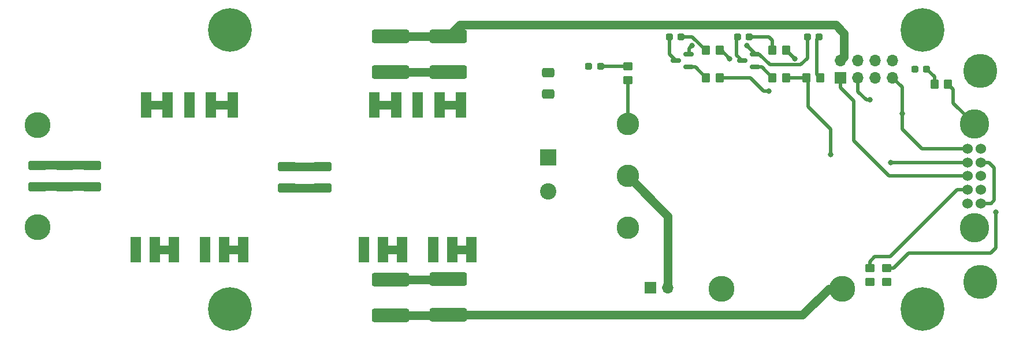
<source format=gbr>
%TF.GenerationSoftware,KiCad,Pcbnew,(6.0.10-0)*%
%TF.CreationDate,2023-02-08T11:04:04+05:30*%
%TF.ProjectId,dbe_dcdc,6462655f-6463-4646-932e-6b696361645f,rev?*%
%TF.SameCoordinates,Original*%
%TF.FileFunction,Copper,L1,Top*%
%TF.FilePolarity,Positive*%
%FSLAX46Y46*%
G04 Gerber Fmt 4.6, Leading zero omitted, Abs format (unit mm)*
G04 Created by KiCad (PCBNEW (6.0.10-0)) date 2023-02-08 11:04:04*
%MOMM*%
%LPD*%
G01*
G04 APERTURE LIST*
G04 Aperture macros list*
%AMRoundRect*
0 Rectangle with rounded corners*
0 $1 Rounding radius*
0 $2 $3 $4 $5 $6 $7 $8 $9 X,Y pos of 4 corners*
0 Add a 4 corners polygon primitive as box body*
4,1,4,$2,$3,$4,$5,$6,$7,$8,$9,$2,$3,0*
0 Add four circle primitives for the rounded corners*
1,1,$1+$1,$2,$3*
1,1,$1+$1,$4,$5*
1,1,$1+$1,$6,$7*
1,1,$1+$1,$8,$9*
0 Add four rect primitives between the rounded corners*
20,1,$1+$1,$2,$3,$4,$5,0*
20,1,$1+$1,$4,$5,$6,$7,0*
20,1,$1+$1,$6,$7,$8,$9,0*
20,1,$1+$1,$8,$9,$2,$3,0*%
G04 Aperture macros list end*
%TA.AperFunction,SMDPad,CuDef*%
%ADD10RoundRect,0.249999X-2.450001X0.737501X-2.450001X-0.737501X2.450001X-0.737501X2.450001X0.737501X0*%
%TD*%
%TA.AperFunction,ConnectorPad*%
%ADD11C,3.800000*%
%TD*%
%TA.AperFunction,ComponentPad*%
%ADD12C,2.600000*%
%TD*%
%TA.AperFunction,ConnectorPad*%
%ADD13C,5.000000*%
%TD*%
%TA.AperFunction,ComponentPad*%
%ADD14C,2.900000*%
%TD*%
%TA.AperFunction,SMDPad,CuDef*%
%ADD15RoundRect,0.250000X-1.100000X0.412500X-1.100000X-0.412500X1.100000X-0.412500X1.100000X0.412500X0*%
%TD*%
%TA.AperFunction,SMDPad,CuDef*%
%ADD16R,1.600000X3.750000*%
%TD*%
%TA.AperFunction,SMDPad,CuDef*%
%ADD17RoundRect,0.249999X2.450001X-0.737501X2.450001X0.737501X-2.450001X0.737501X-2.450001X-0.737501X0*%
%TD*%
%TA.AperFunction,ComponentPad*%
%ADD18R,1.700000X1.700000*%
%TD*%
%TA.AperFunction,ComponentPad*%
%ADD19O,1.700000X1.700000*%
%TD*%
%TA.AperFunction,SMDPad,CuDef*%
%ADD20RoundRect,0.250000X-0.450000X0.350000X-0.450000X-0.350000X0.450000X-0.350000X0.450000X0.350000X0*%
%TD*%
%TA.AperFunction,SMDPad,CuDef*%
%ADD21RoundRect,0.250000X0.450000X-0.350000X0.450000X0.350000X-0.450000X0.350000X-0.450000X-0.350000X0*%
%TD*%
%TA.AperFunction,SMDPad,CuDef*%
%ADD22RoundRect,0.250000X-0.350000X-0.450000X0.350000X-0.450000X0.350000X0.450000X-0.350000X0.450000X0*%
%TD*%
%TA.AperFunction,ComponentPad*%
%ADD23C,3.302000*%
%TD*%
%TA.AperFunction,ComponentPad*%
%ADD24C,4.318000*%
%TD*%
%TA.AperFunction,ComponentPad*%
%ADD25C,1.524000*%
%TD*%
%TA.AperFunction,ConnectorPad*%
%ADD26C,6.400000*%
%TD*%
%TA.AperFunction,ComponentPad*%
%ADD27C,3.600000*%
%TD*%
%TA.AperFunction,SMDPad,CuDef*%
%ADD28RoundRect,0.237500X-0.287500X-0.237500X0.287500X-0.237500X0.287500X0.237500X-0.287500X0.237500X0*%
%TD*%
%TA.AperFunction,SMDPad,CuDef*%
%ADD29RoundRect,0.250000X0.650000X-0.412500X0.650000X0.412500X-0.650000X0.412500X-0.650000X-0.412500X0*%
%TD*%
%TA.AperFunction,ComponentPad*%
%ADD30R,2.400000X2.400000*%
%TD*%
%TA.AperFunction,ComponentPad*%
%ADD31C,2.400000*%
%TD*%
%TA.AperFunction,SMDPad,CuDef*%
%ADD32RoundRect,0.150000X0.587500X0.150000X-0.587500X0.150000X-0.587500X-0.150000X0.587500X-0.150000X0*%
%TD*%
%TA.AperFunction,ViaPad*%
%ADD33C,0.800000*%
%TD*%
%TA.AperFunction,Conductor*%
%ADD34C,1.270000*%
%TD*%
%TA.AperFunction,Conductor*%
%ADD35C,0.508000*%
%TD*%
G04 APERTURE END LIST*
D10*
%TO.P,C8,1*%
%TO.N,Net-(C5-Pad2)*%
X78550000Y-101662500D03*
%TO.P,C8,2*%
%TO.N,GNDREF*%
X78550000Y-106937500D03*
%TD*%
D11*
%TO.P,+VDC,1*%
%TO.N,+VDC*%
X26750000Y-79000000D03*
D12*
X26750000Y-79000000D03*
%TD*%
D13*
%TO.P,GND,1*%
%TO.N,GNDREF*%
X165000000Y-102000000D03*
D14*
X165000000Y-102000000D03*
%TD*%
D15*
%TO.P,C5,1*%
%TO.N,Net-(C4-Pad1)*%
X63400000Y-85072500D03*
%TO.P,C5,2*%
%TO.N,Net-(C5-Pad2)*%
X63400000Y-88197500D03*
%TD*%
D16*
%TO.P,FL1,1,NC_1*%
%TO.N,unconnected-(FL1-Pad1)*%
X41175000Y-97235000D03*
%TO.P,FL1,2,N1_1*%
%TO.N,-VDC*%
X43970000Y-97235000D03*
%TO.P,FL1,3,N1_2*%
X46765000Y-97235000D03*
%TO.P,FL1,4,NC_2*%
%TO.N,unconnected-(FL1-Pad4)*%
X51335000Y-97235000D03*
%TO.P,FL1,5,N1_3*%
%TO.N,Net-(C5-Pad2)*%
X54130000Y-97235000D03*
%TO.P,FL1,6,N1_4*%
X56925000Y-97235000D03*
%TO.P,FL1,7,N2_1*%
%TO.N,Net-(C4-Pad1)*%
X55400000Y-75985000D03*
%TO.P,FL1,8,N2_2*%
X52225000Y-75985000D03*
%TO.P,FL1,9,NC_3*%
%TO.N,unconnected-(FL1-Pad9)*%
X49050000Y-75985000D03*
%TO.P,FL1,10,N2_3*%
%TO.N,+VDC*%
X45875000Y-75985000D03*
%TO.P,FL1,11,N2_4*%
X42700000Y-75985000D03*
%TD*%
D17*
%TO.P,C4,1*%
%TO.N,Net-(C4-Pad1)*%
X78500000Y-71217500D03*
%TO.P,C4,2*%
%TO.N,GNDREF*%
X78500000Y-65942500D03*
%TD*%
D11*
%TO.P,OUT_GND,1*%
%TO.N,GNDREF*%
X144750000Y-103000000D03*
D12*
X144750000Y-103000000D03*
%TD*%
D18*
%TO.P,PMBUS,1,Pin_1*%
%TO.N,Net-(U1-Pad10)*%
X144500000Y-72000000D03*
D19*
%TO.P,PMBUS,2,Pin_2*%
%TO.N,GNDREF*%
X144500000Y-69460000D03*
%TO.P,PMBUS,3,Pin_3*%
%TO.N,Net-(U1-Pad11)*%
X147040000Y-72000000D03*
%TO.P,PMBUS,4,Pin_4*%
%TO.N,GNDREF*%
X147040000Y-69460000D03*
%TO.P,PMBUS,5,Pin_5*%
%TO.N,+3V3*%
X149580000Y-72000000D03*
%TO.P,PMBUS,6,Pin_6*%
%TO.N,GNDREF*%
X149580000Y-69460000D03*
%TO.P,PMBUS,7,Pin_7*%
%TO.N,SMB_ALERT*%
X152120000Y-72000000D03*
%TO.P,PMBUS,8,Pin_8*%
%TO.N,GNDREF*%
X152120000Y-69460000D03*
%TD*%
D20*
%TO.P,R6,1*%
%TO.N,Net-(R6-Pad1)*%
X148750000Y-100000000D03*
%TO.P,R6,2*%
%TO.N,GNDREF*%
X148750000Y-102000000D03*
%TD*%
D10*
%TO.P,C9,1*%
%TO.N,Net-(C5-Pad2)*%
X87000000Y-101562500D03*
%TO.P,C9,2*%
%TO.N,GNDREF*%
X87000000Y-106837500D03*
%TD*%
D16*
%TO.P,FL2,1,NC_1*%
%TO.N,unconnected-(FL2-Pad1)*%
X74625000Y-97235000D03*
%TO.P,FL2,2,N1_1*%
%TO.N,Net-(C5-Pad2)*%
X77420000Y-97235000D03*
%TO.P,FL2,3,N1_2*%
X80215000Y-97235000D03*
%TO.P,FL2,4,NC_2*%
%TO.N,unconnected-(FL2-Pad4)*%
X84785000Y-97235000D03*
%TO.P,FL2,5,N1_3*%
%TO.N,GND*%
X87580000Y-97235000D03*
%TO.P,FL2,6,N1_4*%
X90375000Y-97235000D03*
%TO.P,FL2,7,N2_1*%
%TO.N,VIN*%
X88850000Y-75985000D03*
%TO.P,FL2,8,N2_2*%
X85675000Y-75985000D03*
%TO.P,FL2,9,NC_3*%
%TO.N,unconnected-(FL2-Pad9)*%
X82500000Y-75985000D03*
%TO.P,FL2,10,N2_3*%
%TO.N,Net-(C4-Pad1)*%
X79325000Y-75985000D03*
%TO.P,FL2,11,N2_4*%
X76150000Y-75985000D03*
%TD*%
D21*
%TO.P,R8,1*%
%TO.N,VIN*%
X113284000Y-72374000D03*
%TO.P,R8,2*%
%TO.N,Net-(D4-Pad2)*%
X113284000Y-70374000D03*
%TD*%
D15*
%TO.P,C7,1*%
%TO.N,Net-(C4-Pad1)*%
X68530000Y-85070000D03*
%TO.P,C7,2*%
%TO.N,Net-(C5-Pad2)*%
X68530000Y-88195000D03*
%TD*%
D22*
%TO.P,R5,1*%
%TO.N,P_GOOD*%
X139500000Y-72000000D03*
%TO.P,R5,2*%
%TO.N,Net-(D3-Pad2)*%
X141500000Y-72000000D03*
%TD*%
%TO.P,R1,1*%
%TO.N,Net-(Q1-Pad1)*%
X124750000Y-72000000D03*
%TO.P,R1,2*%
%TO.N,SMB_ALERT*%
X126750000Y-72000000D03*
%TD*%
%TO.P,R9,1*%
%TO.N,Net-(D5-Pad2)*%
X158250000Y-73000000D03*
%TO.P,R9,2*%
%TO.N,+12V*%
X160250000Y-73000000D03*
%TD*%
D23*
%TO.P,U1,1,+VIN*%
%TO.N,VIN*%
X113293250Y-78833250D03*
%TO.P,U1,2,RC*%
%TO.N,~{EN}*%
X113293250Y-86453250D03*
%TO.P,U1,4,-VIN*%
%TO.N,GND*%
X113293250Y-94073250D03*
D24*
%TO.P,U1,5,-VOUT*%
%TO.N,GNDREF*%
X164093250Y-94073250D03*
D25*
%TO.P,U1,6,+S*%
%TO.N,+12V*%
X163102650Y-90466450D03*
%TO.P,U1,7,-S*%
%TO.N,GNDREF*%
X165083850Y-90466450D03*
%TO.P,U1,8,SA0*%
%TO.N,Net-(R6-Pad1)*%
X163102650Y-88459850D03*
%TO.P,U1,9,SA1*%
%TO.N,Net-(R7-Pad1)*%
X165083850Y-88459850D03*
%TO.P,U1,10,SCL*%
%TO.N,Net-(U1-Pad10)*%
X163102650Y-86453250D03*
%TO.P,U1,11,SDA*%
%TO.N,Net-(U1-Pad11)*%
X165083850Y-86453250D03*
%TO.P,U1,12,PG*%
%TO.N,P_GOOD*%
X163102650Y-84446650D03*
%TO.P,U1,13,DGND*%
%TO.N,GNDREF*%
X165083850Y-84446650D03*
%TO.P,U1,14,SMBALERT*%
%TO.N,SMB_ALERT*%
X163102650Y-82440050D03*
%TO.P,U1,15,CTRL*%
%TO.N,unconnected-(U1-Pad15)*%
X165083850Y-82440050D03*
D24*
%TO.P,U1,16,+VOUT*%
%TO.N,+12V*%
X164093250Y-78833250D03*
%TD*%
D26*
%TO.P,M1,1*%
%TO.N,N/C*%
X55000000Y-65000000D03*
D27*
X55000000Y-65000000D03*
%TD*%
D22*
%TO.P,R4,1*%
%TO.N,Net-(D2-Pad2)*%
X134500000Y-68000000D03*
%TO.P,R4,2*%
%TO.N,+3V3*%
X136500000Y-68000000D03*
%TD*%
D15*
%TO.P,C1,1*%
%TO.N,+VDC*%
X26750000Y-84937500D03*
%TO.P,C1,2*%
%TO.N,-VDC*%
X26750000Y-88062500D03*
%TD*%
%TO.P,C3,1*%
%TO.N,+VDC*%
X34750000Y-84937500D03*
%TO.P,C3,2*%
%TO.N,-VDC*%
X34750000Y-88062500D03*
%TD*%
D18*
%TO.P,JP1,1,A*%
%TO.N,GND*%
X116610000Y-102870000D03*
D19*
%TO.P,JP1,2,B*%
%TO.N,~{EN}*%
X119150000Y-102870000D03*
%TD*%
D22*
%TO.P,R3,1*%
%TO.N,Net-(Q2-Pad1)*%
X134500000Y-72000000D03*
%TO.P,R3,2*%
%TO.N,P_GOOD*%
X136500000Y-72000000D03*
%TD*%
D13*
%TO.P,+12V,1*%
%TO.N,+12V*%
X165000000Y-71000000D03*
D14*
X165000000Y-71000000D03*
%TD*%
D28*
%TO.P,D5,1,K*%
%TO.N,GNDREF*%
X155375000Y-70750000D03*
%TO.P,D5,2,A*%
%TO.N,Net-(D5-Pad2)*%
X157125000Y-70750000D03*
%TD*%
D12*
%TO.P,-VDC,1*%
%TO.N,-VDC*%
X26750000Y-94000000D03*
D11*
X26750000Y-94000000D03*
%TD*%
D26*
%TO.P,CHASSIS,1*%
%TO.N,GNDREF*%
X156500000Y-65000000D03*
D27*
X156500000Y-65000000D03*
%TD*%
D26*
%TO.P,M2,1*%
%TO.N,N/C*%
X55000000Y-106000000D03*
D27*
X55000000Y-106000000D03*
%TD*%
D28*
%TO.P,D2,1,K*%
%TO.N,Net-(D2-Pad1)*%
X129375000Y-66000000D03*
%TO.P,D2,2,A*%
%TO.N,Net-(D2-Pad2)*%
X131125000Y-66000000D03*
%TD*%
D29*
%TO.P,C10,1*%
%TO.N,VIN*%
X101600000Y-74375000D03*
%TO.P,C10,2*%
%TO.N,GND*%
X101600000Y-71250000D03*
%TD*%
D28*
%TO.P,D4,1,K*%
%TO.N,GND*%
X107583000Y-70358000D03*
%TO.P,D4,2,A*%
%TO.N,Net-(D4-Pad2)*%
X109333000Y-70358000D03*
%TD*%
%TO.P,D1,1,K*%
%TO.N,Net-(D1-Pad1)*%
X119375000Y-66000000D03*
%TO.P,D1,2,A*%
%TO.N,Net-(D1-Pad2)*%
X121125000Y-66000000D03*
%TD*%
D15*
%TO.P,C2,1*%
%TO.N,+VDC*%
X30750000Y-84937500D03*
%TO.P,C2,2*%
%TO.N,-VDC*%
X30750000Y-88062500D03*
%TD*%
D12*
%TO.P,IN_GND,1*%
%TO.N,GND*%
X127000000Y-103000000D03*
D11*
X127000000Y-103000000D03*
%TD*%
D30*
%TO.P,C11,1*%
%TO.N,VIN*%
X101600000Y-83740000D03*
D31*
%TO.P,C11,2*%
%TO.N,GND*%
X101600000Y-88740000D03*
%TD*%
D20*
%TO.P,R7,1*%
%TO.N,Net-(R7-Pad1)*%
X151250000Y-100000000D03*
%TO.P,R7,2*%
%TO.N,GNDREF*%
X151250000Y-102000000D03*
%TD*%
D27*
%TO.P,CHASSIS,1*%
%TO.N,GNDREF*%
X156500000Y-106000000D03*
D26*
X156500000Y-106000000D03*
%TD*%
D28*
%TO.P,D3,1,K*%
%TO.N,GNDREF*%
X139625000Y-66000000D03*
%TO.P,D3,2,A*%
%TO.N,Net-(D3-Pad2)*%
X141375000Y-66000000D03*
%TD*%
D22*
%TO.P,R2,1*%
%TO.N,Net-(D1-Pad2)*%
X124750000Y-68000000D03*
%TO.P,R2,2*%
%TO.N,+3V3*%
X126750000Y-68000000D03*
%TD*%
D17*
%TO.P,C6,1*%
%TO.N,Net-(C4-Pad1)*%
X87000000Y-71217500D03*
%TO.P,C6,2*%
%TO.N,GNDREF*%
X87000000Y-65942500D03*
%TD*%
D32*
%TO.P,Q2,1,B*%
%TO.N,Net-(Q2-Pad1)*%
X131937500Y-70450000D03*
%TO.P,Q2,2,E*%
%TO.N,GNDREF*%
X131937500Y-68550000D03*
%TO.P,Q2,3,C*%
%TO.N,Net-(D2-Pad1)*%
X130062500Y-69500000D03*
%TD*%
%TO.P,Q1,1,B*%
%TO.N,Net-(Q1-Pad1)*%
X122187500Y-70450000D03*
%TO.P,Q1,2,E*%
%TO.N,GNDREF*%
X122187500Y-68550000D03*
%TO.P,Q1,3,C*%
%TO.N,Net-(D1-Pad1)*%
X120312500Y-69500000D03*
%TD*%
D33*
%TO.N,GNDREF*%
X130750000Y-67250000D03*
X122750000Y-67250000D03*
%TO.N,SMB_ALERT*%
X153500000Y-77250000D03*
X134000000Y-74000000D03*
%TO.N,+3V3*%
X137750000Y-69250500D03*
X128250000Y-69250000D03*
%TO.N,Net-(U1-Pad11)*%
X148750000Y-75250000D03*
%TO.N,P_GOOD*%
X143000000Y-83250000D03*
X151796650Y-84446650D03*
%TO.N,Net-(R7-Pad1)*%
X167250000Y-91750000D03*
%TD*%
D34*
%TO.N,+VDC*%
X26750000Y-84937500D02*
X26890000Y-84797500D01*
X42700000Y-75985000D02*
X45875000Y-75985000D01*
X26890000Y-84797500D02*
X34610000Y-84797500D01*
X34610000Y-84797500D02*
X34750000Y-84937500D01*
%TO.N,-VDC*%
X43970000Y-97235000D02*
X46765000Y-97235000D01*
X34600000Y-87912500D02*
X26900000Y-87912500D01*
X26900000Y-87912500D02*
X26750000Y-88062500D01*
X34750000Y-88062500D02*
X34600000Y-87912500D01*
%TO.N,Net-(C4-Pad1)*%
X78500000Y-71217500D02*
X87000000Y-71217500D01*
X68527500Y-85072500D02*
X68530000Y-85070000D01*
X76150000Y-75985000D02*
X79325000Y-75985000D01*
X52225000Y-75985000D02*
X55400000Y-75985000D01*
X63400000Y-85072500D02*
X68527500Y-85072500D01*
D35*
%TO.N,GNDREF*%
X122750000Y-67250000D02*
X122250000Y-67750000D01*
X165106700Y-84500000D02*
X166250000Y-84500000D01*
D34*
X142750000Y-103000000D02*
X144750000Y-103000000D01*
D35*
X134104000Y-70104000D02*
X138646000Y-70104000D01*
D34*
X78550000Y-106937500D02*
X86900000Y-106937500D01*
X88692500Y-64250000D02*
X143750000Y-64250000D01*
D35*
X131937500Y-68550000D02*
X132550000Y-68550000D01*
X166533550Y-90466450D02*
X165083850Y-90466450D01*
D34*
X138912500Y-106837500D02*
X142750000Y-103000000D01*
X86900000Y-106937500D02*
X87000000Y-106837500D01*
D35*
X130750000Y-67250000D02*
X131937500Y-68437500D01*
X166250000Y-84500000D02*
X167000000Y-85250000D01*
X122250000Y-68487500D02*
X122187500Y-68550000D01*
D34*
X143750000Y-64250000D02*
X145000000Y-65500000D01*
D35*
X131937500Y-68437500D02*
X131937500Y-68550000D01*
X132550000Y-68550000D02*
X134104000Y-70104000D01*
X167000000Y-85250000D02*
X167000000Y-90000000D01*
X165053350Y-84446650D02*
X165106700Y-84500000D01*
D34*
X87000000Y-106837500D02*
X138912500Y-106837500D01*
D35*
X167000000Y-90000000D02*
X166533550Y-90466450D01*
D34*
X87000000Y-65942500D02*
X88692500Y-64250000D01*
D35*
X138646000Y-70104000D02*
X139625000Y-69125000D01*
D34*
X145000000Y-65500000D02*
X145000000Y-68960000D01*
D35*
X165083850Y-84446650D02*
X165053350Y-84446650D01*
X139625000Y-69125000D02*
X139625000Y-66000000D01*
X122250000Y-67750000D02*
X122250000Y-68487500D01*
D34*
X78500000Y-65942500D02*
X87000000Y-65942500D01*
X145000000Y-68960000D02*
X144500000Y-69460000D01*
%TO.N,Net-(C5-Pad2)*%
X54130000Y-97235000D02*
X56925000Y-97235000D01*
X77420000Y-97235000D02*
X80215000Y-97235000D01*
X78550000Y-101662500D02*
X86900000Y-101662500D01*
X68527500Y-88197500D02*
X68530000Y-88195000D01*
X63400000Y-88197500D02*
X68527500Y-88197500D01*
X86900000Y-101662500D02*
X87000000Y-101562500D01*
D35*
%TO.N,VIN*%
X113293250Y-72383250D02*
X113293250Y-78833250D01*
D34*
X85675000Y-75985000D02*
X88850000Y-75985000D01*
D35*
X113284000Y-72374000D02*
X113293250Y-72383250D01*
D34*
%TO.N,GND*%
X87580000Y-97235000D02*
X90375000Y-97235000D01*
D35*
%TO.N,+12V*%
X161000000Y-75740000D02*
X164093250Y-78833250D01*
X161000000Y-73750000D02*
X161000000Y-75740000D01*
X160250000Y-73000000D02*
X161000000Y-73750000D01*
%TO.N,Net-(D1-Pad2)*%
X122750000Y-66000000D02*
X124750000Y-68000000D01*
X121125000Y-66000000D02*
X122750000Y-66000000D01*
%TO.N,Net-(D2-Pad2)*%
X131125000Y-66000000D02*
X134000000Y-66000000D01*
X134000000Y-66000000D02*
X134500000Y-66500000D01*
X134500000Y-66500000D02*
X134500000Y-68000000D01*
%TO.N,Net-(D1-Pad1)*%
X120312500Y-69500000D02*
X119375000Y-68562500D01*
X119375000Y-68562500D02*
X119375000Y-66000000D01*
%TO.N,Net-(D3-Pad2)*%
X141375000Y-66000000D02*
X141000000Y-66375000D01*
X141000000Y-71500000D02*
X141500000Y-72000000D01*
X141000000Y-66375000D02*
X141000000Y-71500000D01*
%TO.N,Net-(D2-Pad1)*%
X129250000Y-66125000D02*
X129375000Y-66000000D01*
X129250000Y-68687500D02*
X129250000Y-66125000D01*
X130062500Y-69500000D02*
X129250000Y-68687500D01*
%TO.N,Net-(D4-Pad2)*%
X113268000Y-70358000D02*
X113284000Y-70374000D01*
X109333000Y-70358000D02*
X113268000Y-70358000D01*
%TO.N,SMB_ALERT*%
X152120000Y-72000000D02*
X153500000Y-73380000D01*
X153500000Y-73380000D02*
X153500000Y-79550000D01*
X153500000Y-79550000D02*
X156390050Y-82440050D01*
X131250000Y-72000000D02*
X133250000Y-74000000D01*
X126750000Y-72000000D02*
X131250000Y-72000000D01*
X156390050Y-82440050D02*
X163102650Y-82440050D01*
X133250000Y-74000000D02*
X134000000Y-74000000D01*
%TO.N,+3V3*%
X137750000Y-69250000D02*
X136500000Y-68000000D01*
X137750000Y-69250500D02*
X137750000Y-69250000D01*
X126750000Y-68000000D02*
X127000000Y-68000000D01*
X127000000Y-68000000D02*
X128250000Y-69250000D01*
%TO.N,Net-(D5-Pad2)*%
X158250000Y-71875000D02*
X157125000Y-70750000D01*
X158250000Y-73000000D02*
X158250000Y-71875000D01*
%TO.N,Net-(U1-Pad11)*%
X148750000Y-75250000D02*
X148250000Y-75250000D01*
X148250000Y-75250000D02*
X147040000Y-74040000D01*
X147040000Y-74040000D02*
X147040000Y-72000000D01*
D34*
%TO.N,~{EN}*%
X113293250Y-86453250D02*
X119150000Y-92310000D01*
X119150000Y-92310000D02*
X119150000Y-102870000D01*
D35*
%TO.N,Net-(Q1-Pad1)*%
X122187500Y-70450000D02*
X123200000Y-70450000D01*
X123200000Y-70450000D02*
X124750000Y-72000000D01*
%TO.N,Net-(U1-Pad10)*%
X151603250Y-86453250D02*
X163102650Y-86453250D01*
X146380000Y-75380000D02*
X146380000Y-81230000D01*
X146380000Y-81230000D02*
X151603250Y-86453250D01*
X144500000Y-73500000D02*
X146380000Y-75380000D01*
X144500000Y-72000000D02*
X144500000Y-73500000D01*
%TO.N,P_GOOD*%
X139750000Y-72250000D02*
X139500000Y-72000000D01*
X151796650Y-84446650D02*
X163102650Y-84446650D01*
X143000000Y-79550000D02*
X139750000Y-76300000D01*
X143000000Y-83250000D02*
X143000000Y-79550000D01*
X139500000Y-72000000D02*
X136500000Y-72000000D01*
X139750000Y-76300000D02*
X139750000Y-72250000D01*
%TO.N,Net-(R6-Pad1)*%
X148750000Y-100000000D02*
X148750000Y-99000000D01*
X148750000Y-99000000D02*
X149500000Y-98250000D01*
X151750000Y-98250000D02*
X161540150Y-88459850D01*
X149500000Y-98250000D02*
X151750000Y-98250000D01*
X161540150Y-88459850D02*
X163102650Y-88459850D01*
%TO.N,Net-(R7-Pad1)*%
X152250000Y-100000000D02*
X151250000Y-100000000D01*
X166500000Y-97750000D02*
X154500000Y-97750000D01*
X167250000Y-91750000D02*
X167250000Y-97000000D01*
X167250000Y-97000000D02*
X166500000Y-97750000D01*
X154500000Y-97750000D02*
X152250000Y-100000000D01*
%TO.N,Net-(Q2-Pad1)*%
X131937500Y-70450000D02*
X132950000Y-70450000D01*
X132950000Y-70450000D02*
X134500000Y-72000000D01*
%TD*%
M02*

</source>
